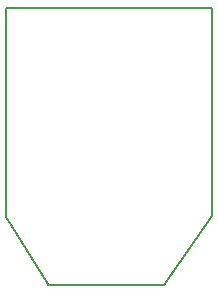
<source format=gbo>
G04 (created by PCBNEW (2013-07-07 BZR 4022)-stable) date 1/19/2014 11:19:52 PM*
%MOIN*%
G04 Gerber Fmt 3.4, Leading zero omitted, Abs format*
%FSLAX34Y34*%
G01*
G70*
G90*
G04 APERTURE LIST*
%ADD10C,0.00590551*%
G04 APERTURE END LIST*
G54D10*
X25350Y-39835D02*
X25350Y-39195D01*
X32230Y-39835D02*
X32230Y-39195D01*
X30630Y-48435D02*
X26750Y-48435D01*
X25350Y-46155D02*
X26750Y-48395D01*
X32210Y-46115D02*
X30630Y-48435D01*
X25350Y-39795D02*
X25350Y-46155D01*
X32230Y-39795D02*
X32230Y-46135D01*
X32230Y-39195D02*
X25350Y-39195D01*
M02*

</source>
